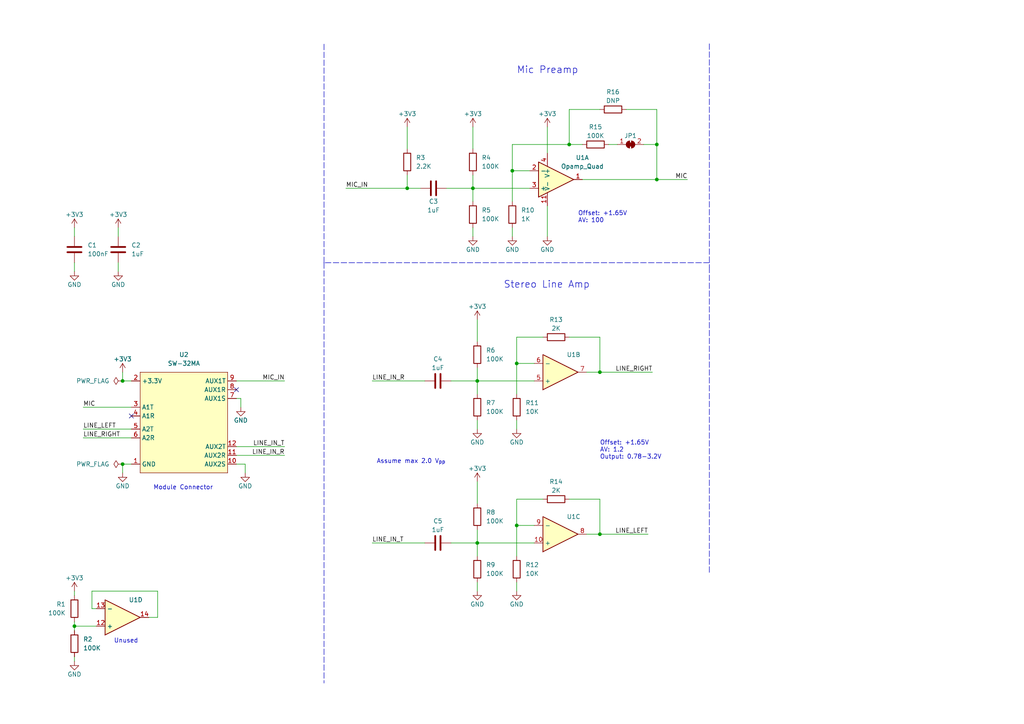
<source format=kicad_sch>
(kicad_sch (version 20211123) (generator eeschema)
  (paper "A4")
  (title_block (title "SW-32MA1") (date "2022-05-16") (rev "1") (company "saawsm") (comment 4 "A basic microphone and stereo line-in audio module for the SW-324 board"))
  (lib_symbols
    (symbol "Device:C" (pin_numbers hide) (pin_names (offset 0.254))
      (property "Reference" "C" (at 0.635 2.54 0))
      (property "Value" "C" (at 0.635 -2.54 0))
      (symbol "C_0_1"
        (polyline (pts (xy -2.032 -0.762) (xy 2.032 -0.762)) (stroke (width 0.508)))
        (polyline (pts (xy -2.032 0.762) (xy 2.032 0.762)) (stroke (width 0.508)))
      )
      (symbol "C_1_1"
        (pin passive line (at 0 3.81 270) (length 2.794) (name "~") (number "1"))
        (pin passive line (at 0 -3.81 90) (length 2.794) (name "~") (number "2"))
      )
    )
    (symbol "Device:Opamp_Quad"
      (property "Reference" "U" (at 0 5.08 0))
      (property "Value" "Opamp_Quad" (at 0 -5.08 0))
      (symbol "Opamp_Quad_1_1"
        (polyline (pts (xy -5.08 5.08) (xy 5.08 0) (xy -5.08 -5.08) (xy -5.08 5.08)) (stroke (width 0.254)) (fill (type background)))
        (pin output line (at 7.62 0 180) (length 2.54) (name "~") (number "1"))
        (pin input line (at -7.62 -2.54 0) (length 2.54) (name "-") (number "2"))
        (pin input line (at -7.62 2.54 0) (length 2.54) (name "+") (number "3"))
      )
      (symbol "Opamp_Quad_2_1"
        (polyline (pts (xy -5.08 5.08) (xy 5.08 0) (xy -5.08 -5.08) (xy -5.08 5.08)) (stroke (width 0.254)) (fill (type background)))
        (pin input line (at -7.62 2.54 0) (length 2.54) (name "+") (number "5"))
        (pin input line (at -7.62 -2.54 0) (length 2.54) (name "-") (number "6"))
        (pin output line (at 7.62 0 180) (length 2.54) (name "~") (number "7"))
      )
      (symbol "Opamp_Quad_3_1"
        (polyline (pts (xy -5.08 5.08) (xy 5.08 0) (xy -5.08 -5.08) (xy -5.08 5.08)) (stroke (width 0.254)) (fill (type background)))
        (pin input line (at -7.62 2.54 0) (length 2.54) (name "+") (number "10"))
        (pin output line (at 7.62 0 180) (length 2.54) (name "~") (number "8"))
        (pin input line (at -7.62 -2.54 0) (length 2.54) (name "-") (number "9"))
      )
      (symbol "Opamp_Quad_4_1"
        (polyline (pts (xy -5.08 5.08) (xy 5.08 0) (xy -5.08 -5.08) (xy -5.08 5.08)) (stroke (width 0.254)) (fill (type background)))
        (pin input line (at -7.62 2.54 0) (length 2.54) (name "+") (number "12"))
        (pin input line (at -7.62 -2.54 0) (length 2.54) (name "-") (number "13"))
        (pin output line (at 7.62 0 180) (length 2.54) (name "~") (number "14"))
      )
      (symbol "Opamp_Quad_5_1"
        (pin power_in line (at -2.54 -7.62 90) (length 3.81) (name "V-") (number "11"))
        (pin power_in line (at -2.54 7.62 270) (length 3.81) (name "V+") (number "4"))
      )
    )
    (symbol "Device:R" (pin_numbers hide) (pin_names (offset 0))
      (property "Reference" "R" (at 2.032 0 90))
      (property "Value" "R" (at 0 0 90))
      (symbol "R_0_1"
        (rectangle (start -1.016 -2.54) (end 1.016 2.54) (stroke (width 0.254)))
      )
      (symbol "R_1_1"
        (pin passive line (at 0 3.81 270) (length 1.27) (name "~") (number "1"))
        (pin passive line (at 0 -3.81 90) (length 1.27) (name "~") (number "2"))
      )
    )
    (symbol "Jumper:SolderJumper_2_Bridged" (pin_names (offset 0) hide)
      (property "Reference" "JP" (at 0 2.032 0))
      (property "Value" "SolderJumper_2_Bridged" (at 0 -2.54 0))
      (symbol "SolderJumper_2_Bridged_0_1"
        (rectangle (start -0.508 0.508) (end 0.508 -0.508) (fill (type outline)))
        (arc (start -0.254 1.016) (mid -1.27 0) (end -0.254 -1.016))
        (arc (start -0.254 1.016) (mid -1.27 0) (end -0.254 -1.016) (fill (type outline)))
        (polyline (pts (xy -0.254 1.016) (xy -0.254 -1.016)))
        (polyline (pts (xy 0.254 1.016) (xy 0.254 -1.016)))
        (arc (start 0.254 -1.016) (mid 1.27 0) (end 0.254 1.016))
        (arc (start 0.254 -1.016) (mid 1.27 0) (end 0.254 1.016) (fill (type outline)))
      )
      (symbol "SolderJumper_2_Bridged_1_1"
        (pin passive line (at -3.81 0 0) (length 2.54) (name "A") (number "1"))
        (pin passive line (at 3.81 0 180) (length 2.54) (name "B") (number "2"))
      )
    )
    (symbol "SaawLib:SW-32MA"
      (property "Reference" "J" (at 0 16.51 0))
      (property "Value" "SW-32MA" (at 0 -15.24 0))
      (symbol "SW-32MA_0_1"
        (rectangle (start -12.7 15.24) (end 12.7 -13.97) (fill (type background)))
      )
      (symbol "SW-32MA_1_1"
        (pin power_in line (at 15.24 -11.43 180) (length 2.54) (name "GND") (number "1"))
        (pin input line (at -15.24 -11.43 0) (length 2.54) (name "AUX2S") (number "10"))
        (pin input line (at -15.24 -8.89 0) (length 2.54) (name "AUX2R") (number "11"))
        (pin input line (at -15.24 -6.35 0) (length 2.54) (name "AUX2T") (number "12"))
        (pin power_in line (at 15.24 12.7 180) (length 2.54) (name "+3.3V") (number "2"))
        (pin bidirectional line (at 15.24 5.08 180) (length 2.54) (name "A1T") (number "3"))
        (pin bidirectional line (at 15.24 2.54 180) (length 2.54) (name "A1R") (number "4"))
        (pin bidirectional line (at 15.24 -1.27 180) (length 2.54) (name "A2T") (number "5"))
        (pin bidirectional line (at 15.24 -3.81 180) (length 2.54) (name "A2R") (number "6"))
        (pin input line (at -15.24 7.62 0) (length 2.54) (name "AUX1S") (number "7"))
        (pin input line (at -15.24 10.16 0) (length 2.54) (name "AUX1R") (number "8"))
        (pin input line (at -15.24 12.7 0) (length 2.54) (name "AUX1T") (number "9"))
      )
    )
    (symbol "power:+3.3V" (power) (pin_names (offset 0))
      (property "Value" "+3.3V" (at 0 3.556 0))
      (symbol "+3.3V_0_1"
        (polyline (pts (xy -0.762 1.27) (xy 0 2.54)))
        (polyline (pts (xy 0 0) (xy 0 2.54)))
        (polyline (pts (xy 0 2.54) (xy 0.762 1.27)))
      )
      (symbol "+3.3V_1_1"
        (pin power_in line (at 0 0 90) (length 0) hide (name "+3V3") (number "1"))
      )
    )
    (symbol "power:GND" (power) (pin_names (offset 0))
      (property "Value" "GND" (at 0 -3.81 0))
      (symbol "GND_0_1"
        (polyline (pts (xy 0 0) (xy 0 -1.27) (xy 1.27 -1.27) (xy 0 -2.54) (xy -1.27 -1.27) (xy 0 -1.27)))
      )
      (symbol "GND_1_1"
        (pin power_in line (at 0 0 270) (length 0) hide (name "GND") (number "1"))
      )
    )
    (symbol "power:PWR_FLAG" (power) (pin_numbers hide) (pin_names (offset 0) hide)
      (property "Value" "PWR_FLAG" (at 0 3.81 0))
      (symbol "PWR_FLAG_0_0"
        (pin power_out line (at 0 0 90) (length 0) (name "pwr") (number "1"))
      )
      (symbol "PWR_FLAG_0_1"
        (polyline (pts (xy 0 0) (xy 0 1.27) (xy -1.016 1.905) (xy 0 2.54) (xy 1.016 1.905) (xy 0 1.27)))
      )
    )
  )
  (junction (at 148.59 49.53))
  (junction (at 190.5 52.07))
  (junction (at 138.43 110.49))
  (junction (at 35.56 134.62))
  (junction (at 137.16 54.61))
  (junction (at 149.86 152.4))
  (junction (at 190.5 41.91))
  (junction (at 165.1 41.91))
  (junction (at 138.43 157.48))
  (junction (at 149.86 105.41))
  (junction (at 173.99 154.94))
  (junction (at 35.56 110.49))
  (junction (at 21.59 181.61))
  (junction (at 173.99 107.95))
  (junction (at 118.11 54.61))
  (no_connect (at 68.58 113.03))
  (no_connect (at 38.1 120.65))
  (wire (pts (xy 149.86 168.91) (xy 149.86 171.45)))
  (wire (pts (xy 35.56 137.16) (xy 35.56 134.62)))
  (wire (pts (xy 186.69 41.91) (xy 190.5 41.91)))
  (polyline (pts (xy 205.74 76.2) (xy 93.98 76.2)))
  (wire (pts (xy 45.72 179.07) (xy 43.18 179.07)))
  (wire (pts (xy 158.75 36.83) (xy 158.75 44.45)))
  (wire (pts (xy 68.58 132.08) (xy 82.55 132.08)))
  (wire (pts (xy 173.99 107.95) (xy 189.23 107.95)))
  (wire (pts (xy 138.43 110.49) (xy 154.94 110.49)))
  (wire (pts (xy 149.86 144.78) (xy 149.86 152.4)))
  (wire (pts (xy 165.1 31.75) (xy 173.99 31.75)))
  (wire (pts (xy 45.72 171.45) (xy 45.72 179.07)))
  (wire (pts (xy 173.99 144.78) (xy 173.99 154.94)))
  (wire (pts (xy 107.95 110.49) (xy 123.19 110.49)))
  (wire (pts (xy 190.5 41.91) (xy 190.5 52.07)))
  (wire (pts (xy 137.16 66.04) (xy 137.16 68.58)))
  (wire (pts (xy 165.1 41.91) (xy 168.91 41.91)))
  (polyline (pts (xy 205.74 77.47) (xy 205.74 166.37)))
  (wire (pts (xy 137.16 50.8) (xy 137.16 54.61)))
  (wire (pts (xy 148.59 49.53) (xy 153.67 49.53)))
  (wire (pts (xy 35.56 110.49) (xy 35.56 107.95)))
  (wire (pts (xy 130.81 157.48) (xy 138.43 157.48)))
  (wire (pts (xy 158.75 59.69) (xy 158.75 68.58)))
  (wire (pts (xy 21.59 181.61) (xy 27.94 181.61)))
  (wire (pts (xy 130.81 110.49) (xy 138.43 110.49)))
  (polyline (pts (xy 205.74 12.7) (xy 205.74 77.47)))
  (wire (pts (xy 149.86 152.4) (xy 149.86 161.29)))
  (polyline (pts (xy 93.98 76.2) (xy 93.98 12.7)))
  (wire (pts (xy 149.86 105.41) (xy 149.86 114.3)))
  (wire (pts (xy 26.67 176.53) (xy 26.67 171.45)))
  (wire (pts (xy 173.99 154.94) (xy 187.96 154.94)))
  (wire (pts (xy 165.1 144.78) (xy 173.99 144.78)))
  (wire (pts (xy 170.18 154.94) (xy 173.99 154.94)))
  (wire (pts (xy 138.43 157.48) (xy 154.94 157.48)))
  (wire (pts (xy 138.43 121.92) (xy 138.43 124.46)))
  (polyline (pts (xy 93.98 76.2) (xy 93.98 198.12)))
  (wire (pts (xy 149.86 105.41) (xy 154.94 105.41)))
  (wire (pts (xy 165.1 31.75) (xy 165.1 41.91)))
  (wire (pts (xy 107.95 157.48) (xy 123.19 157.48)))
  (wire (pts (xy 190.5 52.07) (xy 199.39 52.07)))
  (wire (pts (xy 69.85 115.57) (xy 69.85 118.11)))
  (wire (pts (xy 165.1 97.79) (xy 173.99 97.79)))
  (wire (pts (xy 149.86 144.78) (xy 157.48 144.78)))
  (wire (pts (xy 138.43 106.68) (xy 138.43 110.49)))
  (wire (pts (xy 100.33 54.61) (xy 118.11 54.61)))
  (wire (pts (xy 176.53 41.91) (xy 179.07 41.91)))
  (wire (pts (xy 24.13 118.11) (xy 38.1 118.11)))
  (wire (pts (xy 21.59 76.2) (xy 21.59 78.74)))
  (wire (pts (xy 34.29 66.04) (xy 34.29 68.58)))
  (wire (pts (xy 138.43 92.71) (xy 138.43 99.06)))
  (wire (pts (xy 118.11 36.83) (xy 118.11 43.18)))
  (wire (pts (xy 21.59 180.34) (xy 21.59 181.61)))
  (wire (pts (xy 129.54 54.61) (xy 137.16 54.61)))
  (wire (pts (xy 71.12 137.16) (xy 71.12 134.62)))
  (wire (pts (xy 149.86 97.79) (xy 149.86 105.41)))
  (wire (pts (xy 149.86 97.79) (xy 157.48 97.79)))
  (wire (pts (xy 149.86 152.4) (xy 154.94 152.4)))
  (wire (pts (xy 21.59 181.61) (xy 21.59 182.88)))
  (wire (pts (xy 148.59 41.91) (xy 165.1 41.91)))
  (wire (pts (xy 138.43 168.91) (xy 138.43 171.45)))
  (wire (pts (xy 190.5 31.75) (xy 190.5 41.91)))
  (wire (pts (xy 138.43 110.49) (xy 138.43 114.3)))
  (wire (pts (xy 118.11 54.61) (xy 121.92 54.61)))
  (wire (pts (xy 21.59 171.45) (xy 21.59 172.72)))
  (wire (pts (xy 137.16 36.83) (xy 137.16 43.18)))
  (wire (pts (xy 170.18 107.95) (xy 173.99 107.95)))
  (wire (pts (xy 21.59 66.04) (xy 21.59 68.58)))
  (wire (pts (xy 38.1 110.49) (xy 35.56 110.49)))
  (wire (pts (xy 138.43 153.67) (xy 138.43 157.48)))
  (wire (pts (xy 148.59 49.53) (xy 148.59 58.42)))
  (wire (pts (xy 24.13 124.46) (xy 38.1 124.46)))
  (wire (pts (xy 138.43 157.48) (xy 138.43 161.29)))
  (wire (pts (xy 148.59 66.04) (xy 148.59 68.58)))
  (wire (pts (xy 138.43 139.7) (xy 138.43 146.05)))
  (wire (pts (xy 82.55 110.49) (xy 68.58 110.49)))
  (wire (pts (xy 148.59 41.91) (xy 148.59 49.53)))
  (wire (pts (xy 137.16 54.61) (xy 137.16 58.42)))
  (wire (pts (xy 24.13 127) (xy 38.1 127)))
  (wire (pts (xy 35.56 134.62) (xy 38.1 134.62)))
  (wire (pts (xy 181.61 31.75) (xy 190.5 31.75)))
  (wire (pts (xy 137.16 54.61) (xy 153.67 54.61)))
  (wire (pts (xy 118.11 50.8) (xy 118.11 54.61)))
  (wire (pts (xy 34.29 76.2) (xy 34.29 78.74)))
  (wire (pts (xy 71.12 134.62) (xy 68.58 134.62)))
  (wire (pts (xy 21.59 190.5) (xy 21.59 191.77)))
  (wire (pts (xy 68.58 115.57) (xy 69.85 115.57)))
  (wire (pts (xy 149.86 121.92) (xy 149.86 124.46)))
  (wire (pts (xy 173.99 97.79) (xy 173.99 107.95)))
  (wire (pts (xy 27.94 176.53) (xy 26.67 176.53)))
  (wire (pts (xy 168.91 52.07) (xy 190.5 52.07)))
  (wire (pts (xy 68.58 129.54) (xy 82.55 129.54)))
  (wire (pts (xy 26.67 171.45) (xy 45.72 171.45)))
  (text "Stereo Line Amp" (at 146.05 83.82 0) (effects (font (size 2 2)) (justify left bottom)))
  (text "Assume max 2.0 V_{pp}" (at 109.22 134.62 0) (effects (font (size 1.27 1.27)) (justify left bottom)))
  (text "Mic Preamp" (at 149.86 21.59 0) (effects (font (size 2 2)) (justify left bottom)))
  (text "Module Connector" (at 44.45 142.24 0) (effects (font (size 1.27 1.27)) (justify left bottom)))
  (text "Offset: +1.65V\nAV: 1.2\nOutput: 0.78-3.2V" (at 173.99 133.35 0) (effects (font (size 1.27 1.27)) (justify left bottom)))
  (text "Offset: +1.65V\nAV: 100" (at 167.64 64.77 0) (effects (font (size 1.27 1.27)) (justify left bottom)))
  (text "Unused" (at 33.02 186.69 0) (effects (font (size 1.27 1.27)) (justify left bottom)))
  (label "MIC" (at 24.13 118.11 0))
  (label "LINE_IN_T" (at 107.95 157.48 0))
  (label "LINE_IN_R" (at 82.55 132.08 180))
  (label "LINE_LEFT" (at 187.96 154.94 180))
  (label "MIC_IN" (at 100.33 54.61 0))
  (label "MIC_IN" (at 82.55 110.49 180))
  (label "LINE_RIGHT" (at 189.23 107.95 180))
  (label "LINE_IN_T" (at 82.55 129.54 180))
  (label "LINE_RIGHT" (at 24.13 127 0))
  (label "MIC" (at 199.39 52.07 180))
  (label "LINE_IN_R" (at 107.95 110.49 0))
  (label "LINE_LEFT" (at 24.13 124.46 0))
  (symbol (lib_id "Jumper:SolderJumper_2_Bridged") (at 182.88 41.91 0) (unit 1)
    (property "Reference" "JP1" (at 182.88 39.37 0))
    (property "Value" "SolderJumper_2_Bridged" (effects hide))
    (property "Footprint" "Jumper:SolderJumper-2_P1.3mm_Bridged_RoundedPad1.0x1.5mm" (effects hide))
  )
  (symbol (lib_id "Device:Opamp_Quad") (at 35.56 179.07 0) (mirror x) (unit 4)
    (property "Reference" "U1" (at 39.37 173.99 0))
    (property "Value" "Opamp_Quad" (effects hide))
    (property "Footprint" "Package_SO:SOIC-14_3.9x8.7mm_P1.27mm" (effects hide))
  )
  (symbol (lib_id "power:+3.3V") (at 138.43 139.7 0) (unit 1)
    (property "Reference" "#PWR016" (effects hide))
    (property "Value" "+3.3V" (at 138.43 135.89 0))
  )
  (symbol (lib_id "Device:R") (at 138.43 149.86 0) (unit 1)
    (property "Reference" "R8" (at 140.97 148.5899 0) (effects (justify left)))
    (property "Value" "100K" (at 140.97 151.1299 0) (effects (justify left)))
    (property "Footprint" "Resistor_SMD:R_0603_1608Metric" (effects hide))
  )
  (symbol (lib_id "power:+3.3V") (at 35.56 107.95 0) (unit 1)
    (property "Reference" "#PWR07" (effects hide))
    (property "Value" "+3.3V" (at 35.56 104.14 0))
  )
  (symbol (lib_id "SaawLib:SW-32MA") (at 53.34 123.19 0) (mirror y) (unit 1)
    (property "Reference" "U2" (at 53.34 102.87 0))
    (property "Value" "SW-32MA" (at 53.34 105.41 0))
    (property "Footprint" "SaawLib:SW-32MA_Header" (effects hide))
  )
  (symbol (lib_id "Device:Opamp_Quad") (at 162.56 154.94 0) (mirror x) (unit 3)
    (property "Reference" "U1" (at 166.37 149.86 0))
    (property "Value" "Opamp_Quad" (effects hide))
    (property "Footprint" "Package_SO:SOIC-14_3.9x8.7mm_P1.27mm" (effects hide))
  )
  (symbol (lib_id "Device:R") (at 21.59 186.69 0) (unit 1)
    (property "Reference" "R2" (at 24.13 185.4199 0) (effects (justify left)))
    (property "Value" "100K" (at 24.13 187.9599 0) (effects (justify left)))
    (property "Footprint" "Resistor_SMD:R_0603_1608Metric" (effects hide))
  )
  (symbol (lib_id "Device:R") (at 161.29 144.78 90) (unit 1)
    (property "Reference" "R14" (at 161.29 139.7 90))
    (property "Value" "2K" (at 161.29 142.24 90))
    (property "Footprint" "Resistor_SMD:R_0603_1608Metric" (effects hide))
  )
  (symbol (lib_id "power:+3.3V") (at 21.59 66.04 0) (unit 1)
    (property "Reference" "#PWR01" (effects hide))
    (property "Value" "+3.3V" (at 21.59 62.23 0))
  )
  (symbol (lib_id "power:+3.3V") (at 137.16 36.83 0) (unit 1)
    (property "Reference" "#PWR012" (effects hide))
    (property "Value" "+3.3V" (at 137.16 33.02 0))
  )
  (symbol (lib_id "Device:R") (at 137.16 46.99 0) (unit 1)
    (property "Reference" "R4" (at 139.7 45.7199 0) (effects (justify left)))
    (property "Value" "100K" (at 139.7 48.2599 0) (effects (justify left)))
    (property "Footprint" "Resistor_SMD:R_0603_1608Metric" (effects hide))
  )
  (symbol (lib_id "power:+3.3V") (at 138.43 92.71 0) (unit 1)
    (property "Reference" "#PWR014" (effects hide))
    (property "Value" "+3.3V" (at 138.43 88.9 0))
  )
  (symbol (lib_id "power:+3.3V") (at 158.75 36.83 0) (unit 1)
    (property "Reference" "#PWR021" (effects hide))
    (property "Value" "+3.3V" (at 158.75 33.02 0))
  )
  (symbol (lib_id "power:GND") (at 148.59 68.58 0) (unit 1)
    (property "Reference" "#PWR018" (effects hide))
    (property "Value" "GND" (at 148.59 72.39 0))
  )
  (symbol (lib_id "Device:R") (at 138.43 118.11 0) (unit 1)
    (property "Reference" "R7" (at 140.97 116.8399 0) (effects (justify left)))
    (property "Value" "100K" (at 140.97 119.3799 0) (effects (justify left)))
    (property "Footprint" "Resistor_SMD:R_0603_1608Metric" (effects hide))
  )
  (symbol (lib_id "power:GND") (at 138.43 124.46 0) (unit 1)
    (property "Reference" "#PWR015" (effects hide))
    (property "Value" "GND" (at 138.43 128.27 0))
  )
  (symbol (lib_id "power:+3.3V") (at 34.29 66.04 0) (unit 1)
    (property "Reference" "#PWR05" (effects hide))
    (property "Value" "+3.3V" (at 34.29 62.23 0))
  )
  (symbol (lib_id "power:+3.3V") (at 118.11 36.83 0) (unit 1)
    (property "Reference" "#PWR011" (effects hide))
    (property "Value" "+3.3V" (at 118.11 33.02 0))
  )
  (symbol (lib_id "power:+3.3V") (at 21.59 171.45 0) (unit 1)
    (property "Reference" "#PWR03" (effects hide))
    (property "Value" "+3.3V" (at 21.59 167.64 0))
  )
  (symbol (lib_id "power:GND") (at 35.56 137.16 0) (mirror y) (unit 1)
    (property "Reference" "#PWR08" (effects hide))
    (property "Value" "GND" (at 35.56 140.97 0))
  )
  (symbol (lib_id "Device:R") (at 172.72 41.91 90) (unit 1)
    (property "Reference" "R15" (at 172.72 36.83 90))
    (property "Value" "100K" (at 172.72 39.37 90))
    (property "Footprint" "Resistor_SMD:R_0603_1608Metric" (effects hide))
  )
  (symbol (lib_id "power:GND") (at 71.12 137.16 0) (mirror y) (unit 1)
    (property "Reference" "#PWR010" (effects hide))
    (property "Value" "GND" (at 71.12 140.97 0))
  )
  (symbol (lib_id "Device:R") (at 149.86 118.11 0) (unit 1)
    (property "Reference" "R11" (at 152.4 116.8399 0) (effects (justify left)))
    (property "Value" "10K" (at 152.4 119.3799 0) (effects (justify left)))
    (property "Footprint" "Resistor_SMD:R_0603_1608Metric" (effects hide))
  )
  (symbol (lib_id "Device:R") (at 161.29 97.79 90) (unit 1)
    (property "Reference" "R13" (at 161.29 92.71 90))
    (property "Value" "2K" (at 161.29 95.25 90))
    (property "Footprint" "Resistor_SMD:R_0603_1608Metric" (effects hide))
  )
  (symbol (lib_id "Device:Opamp_Quad") (at 162.56 107.95 0) (mirror x) (unit 2)
    (property "Reference" "U1" (at 166.37 102.87 0))
    (property "Value" "Opamp_Quad" (effects hide))
    (property "Footprint" "Package_SO:SOIC-14_3.9x8.7mm_P1.27mm" (effects hide))
  )
  (symbol (lib_id "Device:R") (at 149.86 165.1 0) (unit 1)
    (property "Reference" "R12" (at 152.4 163.8299 0) (effects (justify left)))
    (property "Value" "10K" (at 152.4 166.3699 0) (effects (justify left)))
    (property "Footprint" "Resistor_SMD:R_0603_1608Metric" (effects hide))
  )
  (symbol (lib_id "Device:C") (at 21.59 72.39 180) (unit 1)
    (property "Reference" "C1" (at 25.4 71.1199 0) (effects (justify right)))
    (property "Value" "100nF" (at 25.4 73.6599 0) (effects (justify right)))
    (property "Footprint" "Capacitor_SMD:C_0603_1608Metric" (effects hide))
  )
  (symbol (lib_id "Device:C") (at 127 110.49 90) (unit 1)
    (property "Reference" "C4" (at 127 104.14 90))
    (property "Value" "1uF" (at 127 106.68 90))
    (property "Footprint" "Capacitor_SMD:C_0603_1608Metric" (effects hide))
  )
  (symbol (lib_id "Device:R") (at 138.43 102.87 0) (unit 1)
    (property "Reference" "R6" (at 140.97 101.5999 0) (effects (justify left)))
    (property "Value" "100K" (at 140.97 104.1399 0) (effects (justify left)))
    (property "Footprint" "Resistor_SMD:R_0603_1608Metric" (effects hide))
  )
  (symbol (lib_id "power:GND") (at 149.86 124.46 0) (unit 1)
    (property "Reference" "#PWR019" (effects hide))
    (property "Value" "GND" (at 149.86 128.27 0))
  )
  (symbol (lib_id "Device:R") (at 177.8 31.75 90) (unit 1) (in_bom no)
    (property "Reference" "R16" (at 177.8 26.67 90))
    (property "Value" "DNP" (at 177.8 29.21 90))
    (property "Footprint" "Resistor_THT:R_Axial_DIN0204_L3.6mm_D1.6mm_P5.08mm_Horizontal" (effects hide))
  )
  (symbol (lib_id "Device:C") (at 125.73 54.61 90) (unit 1)
    (property "Reference" "C3" (at 125.73 58.42 90))
    (property "Value" "1uF" (at 125.73 60.96 90))
    (property "Footprint" "Capacitor_SMD:C_0603_1608Metric" (effects hide))
  )
  (symbol (lib_id "power:GND") (at 149.86 171.45 0) (unit 1)
    (property "Reference" "#PWR020" (effects hide))
    (property "Value" "GND" (at 149.86 175.26 0))
  )
  (symbol (lib_id "Device:R") (at 138.43 165.1 0) (unit 1)
    (property "Reference" "R9" (at 140.97 163.8299 0) (effects (justify left)))
    (property "Value" "100K" (at 140.97 166.3699 0) (effects (justify left)))
    (property "Footprint" "Resistor_SMD:R_0603_1608Metric" (effects hide))
  )
  (symbol (lib_id "power:GND") (at 21.59 191.77 0) (unit 1)
    (property "Reference" "#PWR04" (effects hide))
    (property "Value" "GND" (at 21.59 195.58 0))
  )
  (symbol (lib_id "Device:Opamp_Quad") (at 161.29 52.07 0) (mirror x) (unit 1)
    (property "Reference" "U1" (at 168.91 45.72 0))
    (property "Value" "Opamp_Quad" (at 168.91 48.26 0))
    (property "Footprint" "Package_SO:SOIC-14_3.9x8.7mm_P1.27mm" (effects hide))
  )
  (symbol (lib_id "Device:C") (at 34.29 72.39 180) (unit 1)
    (property "Reference" "C2" (at 38.1 71.1199 0) (effects (justify right)))
    (property "Value" "1uF" (at 38.1 73.6599 0) (effects (justify right)))
    (property "Footprint" "Capacitor_SMD:C_0603_1608Metric" (effects hide))
  )
  (symbol (lib_id "power:GND") (at 138.43 171.45 0) (unit 1)
    (property "Reference" "#PWR017" (effects hide))
    (property "Value" "GND" (at 138.43 175.26 0))
  )
  (symbol (lib_id "Device:R") (at 21.59 176.53 0) (unit 1)
    (property "Reference" "R1" (at 19.05 175.2599 0) (effects (justify right)))
    (property "Value" "100K" (at 19.05 177.7999 0) (effects (justify right)))
    (property "Footprint" "Resistor_SMD:R_0603_1608Metric" (effects hide))
  )
  (symbol (lib_id "Device:R") (at 137.16 62.23 0) (unit 1)
    (property "Reference" "R5" (at 139.7 60.9599 0) (effects (justify left)))
    (property "Value" "100K" (at 139.7 63.4999 0) (effects (justify left)))
    (property "Footprint" "Resistor_SMD:R_0603_1608Metric" (effects hide))
  )
  (symbol (lib_id "power:GND") (at 34.29 78.74 0) (unit 1)
    (property "Reference" "#PWR06" (effects hide))
    (property "Value" "GND" (at 34.29 82.55 0))
  )
  (symbol (lib_id "power:GND") (at 69.85 118.11 0) (mirror y) (unit 1)
    (property "Reference" "#PWR09" (effects hide))
    (property "Value" "GND" (at 69.85 121.92 0))
  )
  (symbol (lib_id "power:GND") (at 158.75 68.58 0) (unit 1)
    (property "Reference" "#PWR022" (effects hide))
    (property "Value" "GND" (at 158.75 72.39 0))
  )
  (symbol (lib_id "power:PWR_FLAG") (at 35.56 110.49 90) (unit 1)
    (property "Reference" "#FLG01" (effects hide))
    (property "Value" "PWR_FLAG" (at 31.75 110.4899 90) (effects (justify left)))
  )
  (symbol (lib_id "Device:R") (at 118.11 46.99 0) (unit 1)
    (property "Reference" "R3" (at 120.65 45.7199 0) (effects (justify left)))
    (property "Value" "2.2K" (at 120.65 48.2599 0) (effects (justify left)))
    (property "Footprint" "Resistor_SMD:R_0603_1608Metric" (effects hide))
  )
  (symbol (lib_id "Device:C") (at 127 157.48 90) (unit 1)
    (property "Reference" "C5" (at 127 151.13 90))
    (property "Value" "1uF" (at 127 153.67 90))
    (property "Footprint" "Capacitor_SMD:C_0603_1608Metric" (effects hide))
  )
  (symbol (lib_id "power:PWR_FLAG") (at 35.56 134.62 90) (unit 1)
    (property "Reference" "#FLG02" (effects hide))
    (property "Value" "PWR_FLAG" (at 31.75 134.6199 90) (effects (justify left)))
  )
  (symbol (lib_id "Device:Opamp_Quad") (at 161.29 52.07 0) (unit 5)
    (property "Reference" "U1" (effects hide))
    (property "Value" "Opamp_Quad" (effects hide))
    (property "Footprint" "Package_SO:SOIC-14_3.9x8.7mm_P1.27mm" (effects hide))
  )
  (symbol (lib_id "Device:R") (at 148.59 62.23 0) (unit 1)
    (property "Reference" "R10" (at 151.13 60.9599 0) (effects (justify left)))
    (property "Value" "1K" (at 151.13 63.4999 0) (effects (justify left)))
    (property "Footprint" "Resistor_SMD:R_0603_1608Metric" (effects hide))
  )
  (symbol (lib_id "power:GND") (at 137.16 68.58 0) (unit 1)
    (property "Reference" "#PWR013" (effects hide))
    (property "Value" "GND" (at 137.16 72.39 0))
  )
  (symbol (lib_id "power:GND") (at 21.59 78.74 0) (unit 1)
    (property "Reference" "#PWR02" (effects hide))
    (property "Value" "GND" (at 21.59 82.55 0))
  )
)
</source>
